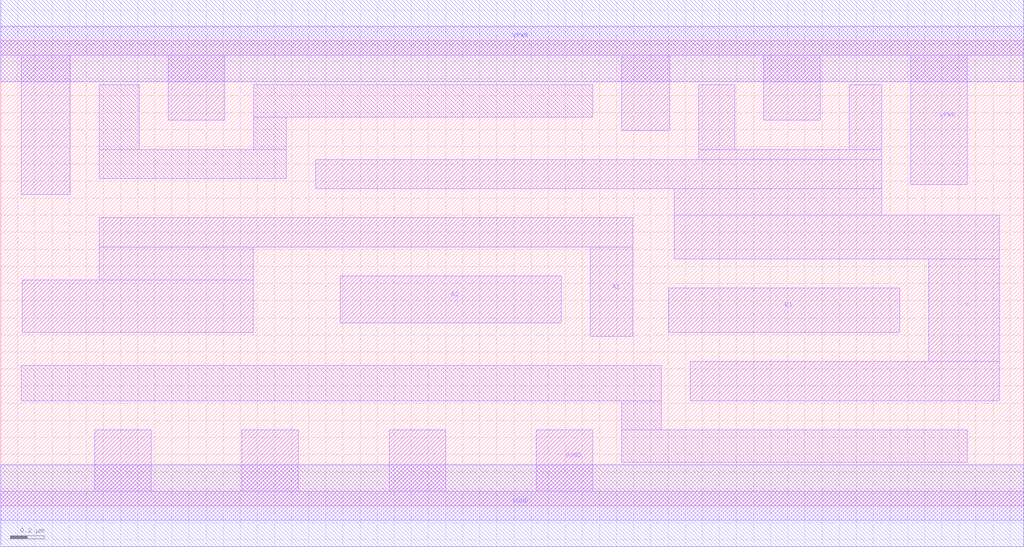
<source format=lef>
# Copyright 2020 The SkyWater PDK Authors
#
# Licensed under the Apache License, Version 2.0 (the "License");
# you may not use this file except in compliance with the License.
# You may obtain a copy of the License at
#
#     https://www.apache.org/licenses/LICENSE-2.0
#
# Unless required by applicable law or agreed to in writing, software
# distributed under the License is distributed on an "AS IS" BASIS,
# WITHOUT WARRANTIES OR CONDITIONS OF ANY KIND, either express or implied.
# See the License for the specific language governing permissions and
# limitations under the License.
#
# SPDX-License-Identifier: Apache-2.0

VERSION 5.5 ;
NAMESCASESENSITIVE ON ;
BUSBITCHARS "[]" ;
DIVIDERCHAR "/" ;
MACRO sky130_fd_sc_hd__o21ai_4
  CLASS CORE ;
  SOURCE USER ;
  ORIGIN  0.000000  0.000000 ;
  SIZE  5.980000 BY  2.720000 ;
  SYMMETRY X Y R90 ;
  SITE unithd ;
  PIN A1
    ANTENNAGATEAREA  0.990000 ;
    DIRECTION INPUT ;
    USE SIGNAL ;
    PORT
      LAYER li1 ;
        RECT 0.125000 1.015000 1.475000 1.320000 ;
        RECT 0.575000 1.320000 1.475000 1.515000 ;
        RECT 0.575000 1.515000 3.695000 1.685000 ;
        RECT 3.445000 0.990000 3.695000 1.515000 ;
    END
  END A1
  PIN A2
    ANTENNAGATEAREA  0.990000 ;
    DIRECTION INPUT ;
    USE SIGNAL ;
    PORT
      LAYER li1 ;
        RECT 1.985000 1.070000 3.275000 1.345000 ;
    END
  END A2
  PIN B1
    ANTENNAGATEAREA  0.990000 ;
    DIRECTION INPUT ;
    USE SIGNAL ;
    PORT
      LAYER li1 ;
        RECT 3.905000 1.015000 5.255000 1.275000 ;
    END
  END B1
  PIN Y
    ANTENNADIFFAREA  1.484000 ;
    DIRECTION OUTPUT ;
    USE SIGNAL ;
    PORT
      LAYER li1 ;
        RECT 1.840000 1.855000 5.150000 2.025000 ;
        RECT 3.935000 1.445000 5.835000 1.700000 ;
        RECT 3.935000 1.700000 5.150000 1.855000 ;
        RECT 4.030000 0.615000 5.835000 0.845000 ;
        RECT 4.080000 2.025000 5.150000 2.085000 ;
        RECT 4.080000 2.085000 4.290000 2.465000 ;
        RECT 4.960000 2.085000 5.150000 2.465000 ;
        RECT 5.425000 0.845000 5.835000 1.445000 ;
    END
  END Y
  PIN VGND
    DIRECTION INOUT ;
    SHAPE ABUTMENT ;
    USE GROUND ;
    PORT
      LAYER li1 ;
        RECT 0.000000 -0.085000 5.980000 0.085000 ;
        RECT 0.550000  0.085000 0.880000 0.445000 ;
        RECT 1.410000  0.085000 1.740000 0.445000 ;
        RECT 2.270000  0.085000 2.600000 0.445000 ;
        RECT 3.130000  0.085000 3.460000 0.445000 ;
    END
    PORT
      LAYER met1 ;
        RECT 0.000000 -0.240000 5.980000 0.240000 ;
    END
  END VGND
  PIN VPWR
    DIRECTION INOUT ;
    SHAPE ABUTMENT ;
    USE POWER ;
    PORT
      LAYER li1 ;
        RECT 0.000000 2.635000 5.980000 2.805000 ;
        RECT 0.120000 1.820000 0.405000 2.635000 ;
        RECT 0.980000 2.255000 1.310000 2.635000 ;
        RECT 3.630000 2.195000 3.910000 2.635000 ;
        RECT 4.460000 2.255000 4.790000 2.635000 ;
        RECT 5.320000 1.880000 5.650000 2.635000 ;
    END
    PORT
      LAYER met1 ;
        RECT 0.000000 2.480000 5.980000 2.960000 ;
    END
  END VPWR
  OBS
    LAYER li1 ;
      RECT 0.120000 0.615000 3.860000 0.820000 ;
      RECT 0.575000 1.915000 1.670000 2.085000 ;
      RECT 0.575000 2.085000 0.810000 2.465000 ;
      RECT 1.480000 2.085000 1.670000 2.275000 ;
      RECT 1.480000 2.275000 3.460000 2.465000 ;
      RECT 3.630000 0.255000 5.650000 0.445000 ;
      RECT 3.630000 0.445000 3.860000 0.615000 ;
  END
END sky130_fd_sc_hd__o21ai_4
END LIBRARY

</source>
